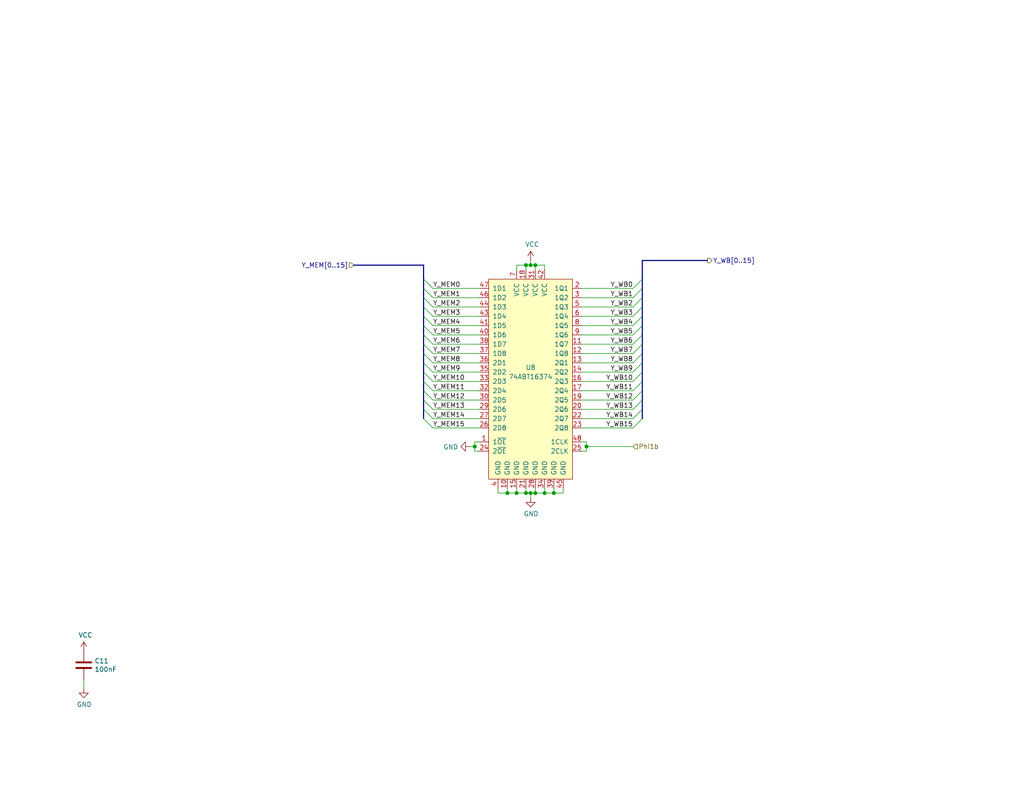
<source format=kicad_sch>
(kicad_sch (version 20230121) (generator eeschema)
  (paper "USLetter")
  (title_block (title "ALU Result Register MEM/WB") (date "2023-03-22") (rev "B"))
  (lib_symbols
    (symbol "74xx (kicad5):74ABT16374" (pin_names (offset 1.016))
      (property "Reference" "U" (at 0 1.27 0))
      (property "Value" "74ABT16374" (at 0 -1.27 0))
      (symbol "74ABT16374_0_0"
        (pin input line (at -13.97 -20.32 0) (length 2.54) (name "1~{OE}") (number "1"))
        (pin power_in line (at -6.35 -33.02 90) (length 2.54) (name "GND") (number "10"))
        (pin tri_state line (at 13.97 6.35 180) (length 2.54) (name "1Q7") (number "11"))
        (pin tri_state line (at 13.97 3.81 180) (length 2.54) (name "1Q8") (number "12"))
        (pin tri_state line (at 13.97 1.27 180) (length 2.54) (name "2Q1") (number "13"))
        (pin tri_state line (at 13.97 -1.27 180) (length 2.54) (name "2Q2") (number "14"))
        (pin power_in line (at -3.81 -33.02 90) (length 2.54) (name "GND") (number "15"))
        (pin tri_state line (at 13.97 -3.81 180) (length 2.54) (name "2Q3") (number "16"))
        (pin tri_state line (at 13.97 -6.35 180) (length 2.54) (name "2Q4") (number "17"))
        (pin power_in line (at -1.27 26.67 270) (length 2.54) (name "VCC") (number "18"))
        (pin tri_state line (at 13.97 -8.89 180) (length 2.54) (name "2Q5") (number "19"))
        (pin tri_state line (at 13.97 21.59 180) (length 2.54) (name "1Q1") (number "2"))
        (pin tri_state line (at 13.97 -11.43 180) (length 2.54) (name "2Q6") (number "20"))
        (pin power_in line (at -1.27 -33.02 90) (length 2.54) (name "GND") (number "21"))
        (pin tri_state line (at 13.97 -13.97 180) (length 2.54) (name "2Q7") (number "22"))
        (pin tri_state line (at 13.97 -16.51 180) (length 2.54) (name "2Q8") (number "23"))
        (pin input line (at -13.97 -22.86 0) (length 2.54) (name "2~{OE}") (number "24"))
        (pin input line (at 13.97 -22.86 180) (length 2.54) (name "2CLK") (number "25"))
        (pin input line (at -13.97 -16.51 0) (length 2.54) (name "2D8") (number "26"))
        (pin input line (at -13.97 -13.97 0) (length 2.54) (name "2D7") (number "27"))
        (pin power_in line (at 1.27 -33.02 90) (length 2.54) (name "GND") (number "28"))
        (pin input line (at -13.97 -11.43 0) (length 2.54) (name "2D6") (number "29"))
        (pin tri_state line (at 13.97 19.05 180) (length 2.54) (name "1Q2") (number "3"))
        (pin input line (at -13.97 -8.89 0) (length 2.54) (name "2D5") (number "30"))
        (pin power_in line (at 1.27 26.67 270) (length 2.54) (name "VCC") (number "31"))
        (pin input line (at -13.97 -6.35 0) (length 2.54) (name "2D4") (number "32"))
        (pin input line (at -13.97 -3.81 0) (length 2.54) (name "2D3") (number "33"))
        (pin power_in line (at 3.81 -33.02 90) (length 2.54) (name "GND") (number "34"))
        (pin input line (at -13.97 -1.27 0) (length 2.54) (name "2D2") (number "35"))
        (pin input line (at -13.97 1.27 0) (length 2.54) (name "2D1") (number "36"))
        (pin input line (at -13.97 3.81 0) (length 2.54) (name "1D8") (number "37"))
        (pin input line (at -13.97 6.35 0) (length 2.54) (name "1D7") (number "38"))
        (pin power_in line (at 6.35 -33.02 90) (length 2.54) (name "GND") (number "39"))
        (pin power_in line (at -8.89 -33.02 90) (length 2.54) (name "GND") (number "4"))
        (pin input line (at -13.97 8.89 0) (length 2.54) (name "1D6") (number "40"))
        (pin input line (at -13.97 11.43 0) (length 2.54) (name "1D5") (number "41"))
        (pin power_in line (at 3.81 26.67 270) (length 2.54) (name "VCC") (number "42"))
        (pin input line (at -13.97 13.97 0) (length 2.54) (name "1D4") (number "43"))
        (pin input line (at -13.97 16.51 0) (length 2.54) (name "1D3") (number "44"))
        (pin power_in line (at 8.89 -33.02 90) (length 2.54) (name "GND") (number "45"))
        (pin input line (at -13.97 19.05 0) (length 2.54) (name "1D2") (number "46"))
        (pin input line (at -13.97 21.59 0) (length 2.54) (name "1D1") (number "47"))
        (pin input line (at 13.97 -20.32 180) (length 2.54) (name "1CLK") (number "48"))
        (pin tri_state line (at 13.97 16.51 180) (length 2.54) (name "1Q3") (number "5"))
        (pin tri_state line (at 13.97 13.97 180) (length 2.54) (name "1Q4") (number "6"))
        (pin power_in line (at -3.81 26.67 270) (length 2.54) (name "VCC") (number "7"))
        (pin tri_state line (at 13.97 11.43 180) (length 2.54) (name "1Q5") (number "8"))
        (pin tri_state line (at 13.97 8.89 180) (length 2.54) (name "1Q6") (number "9"))
      )
      (symbol "74ABT16374_0_1"
        (rectangle (start -11.43 24.13) (end 11.43 -30.48) (fill (type background)))
      )
    )
    (symbol "Device:C" (pin_numbers hide) (pin_names (offset 0.254))
      (property "Reference" "C" (at 0.635 2.54 0))
      (property "Value" "C" (at 0.635 -2.54 0))
      (symbol "C_0_1"
        (polyline (pts (xy -2.032 -0.762) (xy 2.032 -0.762)) (stroke (width 0.508)))
        (polyline (pts (xy -2.032 0.762) (xy 2.032 0.762)) (stroke (width 0.508)))
      )
      (symbol "C_1_1"
        (pin passive line (at 0 3.81 270) (length 2.794) (name "~") (number "1"))
        (pin passive line (at 0 -3.81 90) (length 2.794) (name "~") (number "2"))
      )
    )
    (symbol "power:GND" (power) (pin_names (offset 0))
      (property "Value" "GND" (at 0 -3.81 0))
      (symbol "GND_0_1"
        (polyline (pts (xy 0 0) (xy 0 -1.27) (xy 1.27 -1.27) (xy 0 -2.54) (xy -1.27 -1.27) (xy 0 -1.27)))
      )
      (symbol "GND_1_1"
        (pin power_in line (at 0 0 270) (length 0) hide (name "GND") (number "1"))
      )
    )
    (symbol "power:VCC" (power) (pin_names (offset 0))
      (property "Value" "VCC" (at 0 3.81 0))
      (symbol "VCC_0_1"
        (polyline (pts (xy -0.762 1.27) (xy 0 2.54)))
        (polyline (pts (xy 0 0) (xy 0 2.54)))
        (polyline (pts (xy 0 2.54) (xy 0.762 1.27)))
      )
      (symbol "VCC_1_1"
        (pin power_in line (at 0 0 90) (length 0) hide (name "VCC") (number "1"))
      )
    )
  )
  (junction (at 138.43 134.62))
  (junction (at 143.51 134.62))
  (junction (at 140.97 134.62))
  (junction (at 160.02 121.92))
  (junction (at 146.05 72.39))
  (junction (at 146.05 134.62))
  (junction (at 151.13 134.62))
  (junction (at 144.78 72.39))
  (junction (at 148.59 134.62))
  (junction (at 144.78 134.62))
  (junction (at 129.54 121.92))
  (junction (at 143.51 72.39))
  (bus_entry (at 115.57 114.3) (size 2.54 2.54))
  (bus_entry (at 115.57 109.22) (size 2.54 2.54))
  (bus_entry (at 115.57 93.98) (size 2.54 2.54))
  (bus_entry (at 115.57 81.28) (size 2.54 2.54))
  (bus_entry (at 175.26 111.76) (size -2.54 2.54))
  (bus_entry (at 115.57 104.14) (size 2.54 2.54))
  (bus_entry (at 175.26 114.3) (size -2.54 2.54))
  (bus_entry (at 115.57 78.74) (size 2.54 2.54))
  (bus_entry (at 175.26 106.68) (size -2.54 2.54))
  (bus_entry (at 175.26 109.22) (size -2.54 2.54))
  (bus_entry (at 175.26 96.52) (size -2.54 2.54))
  (bus_entry (at 175.26 78.74) (size -2.54 2.54))
  (bus_entry (at 175.26 91.44) (size -2.54 2.54))
  (bus_entry (at 175.26 88.9) (size -2.54 2.54))
  (bus_entry (at 115.57 88.9) (size 2.54 2.54))
  (bus_entry (at 175.26 83.82) (size -2.54 2.54))
  (bus_entry (at 115.57 86.36) (size 2.54 2.54))
  (bus_entry (at 175.26 76.2) (size -2.54 2.54))
  (bus_entry (at 115.57 83.82) (size 2.54 2.54))
  (bus_entry (at 115.57 76.2) (size 2.54 2.54))
  (bus_entry (at 175.26 86.36) (size -2.54 2.54))
  (bus_entry (at 175.26 81.28) (size -2.54 2.54))
  (bus_entry (at 175.26 101.6) (size -2.54 2.54))
  (bus_entry (at 175.26 104.14) (size -2.54 2.54))
  (bus_entry (at 115.57 96.52) (size 2.54 2.54))
  (bus_entry (at 175.26 93.98) (size -2.54 2.54))
  (bus_entry (at 115.57 91.44) (size 2.54 2.54))
  (bus_entry (at 115.57 106.68) (size 2.54 2.54))
  (bus_entry (at 115.57 101.6) (size 2.54 2.54))
  (bus_entry (at 115.57 99.06) (size 2.54 2.54))
  (bus_entry (at 115.57 111.76) (size 2.54 2.54))
  (bus_entry (at 175.26 99.06) (size -2.54 2.54))
  (wire (pts (xy 118.11 88.9) (xy 130.81 88.9)))
  (wire (pts (xy 118.11 86.36) (xy 130.81 86.36)))
  (wire (pts (xy 160.02 121.92) (xy 160.02 123.19)))
  (bus (pts (xy 115.57 78.74) (xy 115.57 81.28)))
  (wire (pts (xy 129.54 121.92) (xy 129.54 123.19)))
  (wire (pts (xy 172.72 111.76) (xy 158.75 111.76)))
  (wire (pts (xy 153.67 134.62) (xy 153.67 133.35)))
  (wire (pts (xy 138.43 134.62) (xy 140.97 134.62)))
  (bus (pts (xy 115.57 93.98) (xy 115.57 96.52)))
  (bus (pts (xy 115.57 88.9) (xy 115.57 91.44)))
  (bus (pts (xy 115.57 86.36) (xy 115.57 88.9)))
  (wire (pts (xy 143.51 133.35) (xy 143.51 134.62)))
  (bus (pts (xy 115.57 106.68) (xy 115.57 109.22)))
  (wire (pts (xy 129.54 121.92) (xy 128.27 121.92)))
  (wire (pts (xy 160.02 120.65) (xy 160.02 121.92)))
  (wire (pts (xy 172.72 88.9) (xy 158.75 88.9)))
  (wire (pts (xy 172.72 101.6) (xy 158.75 101.6)))
  (wire (pts (xy 140.97 133.35) (xy 140.97 134.62)))
  (wire (pts (xy 148.59 72.39) (xy 148.59 73.66)))
  (wire (pts (xy 172.72 83.82) (xy 158.75 83.82)))
  (wire (pts (xy 144.78 71.12) (xy 144.78 72.39)))
  (bus (pts (xy 175.26 78.74) (xy 175.26 81.28)))
  (bus (pts (xy 115.57 76.2) (xy 115.57 78.74)))
  (wire (pts (xy 143.51 134.62) (xy 144.78 134.62)))
  (bus (pts (xy 175.26 91.44) (xy 175.26 93.98)))
  (wire (pts (xy 172.72 104.14) (xy 158.75 104.14)))
  (wire (pts (xy 148.59 133.35) (xy 148.59 134.62)))
  (bus (pts (xy 115.57 101.6) (xy 115.57 104.14)))
  (wire (pts (xy 138.43 133.35) (xy 138.43 134.62)))
  (bus (pts (xy 96.52 72.39) (xy 115.57 72.39)))
  (bus (pts (xy 175.26 71.12) (xy 175.26 76.2)))
  (wire (pts (xy 118.11 96.52) (xy 130.81 96.52)))
  (wire (pts (xy 172.72 99.06) (xy 158.75 99.06)))
  (wire (pts (xy 135.89 134.62) (xy 138.43 134.62)))
  (bus (pts (xy 175.26 81.28) (xy 175.26 83.82)))
  (wire (pts (xy 118.11 106.68) (xy 130.81 106.68)))
  (wire (pts (xy 118.11 104.14) (xy 130.81 104.14)))
  (bus (pts (xy 175.26 88.9) (xy 175.26 91.44)))
  (wire (pts (xy 118.11 111.76) (xy 130.81 111.76)))
  (bus (pts (xy 175.26 99.06) (xy 175.26 101.6)))
  (wire (pts (xy 118.11 101.6) (xy 130.81 101.6)))
  (wire (pts (xy 172.72 93.98) (xy 158.75 93.98)))
  (wire (pts (xy 146.05 133.35) (xy 146.05 134.62)))
  (wire (pts (xy 172.72 116.84) (xy 158.75 116.84)))
  (wire (pts (xy 140.97 72.39) (xy 143.51 72.39)))
  (wire (pts (xy 172.72 81.28) (xy 158.75 81.28)))
  (bus (pts (xy 193.04 71.12) (xy 175.26 71.12)))
  (wire (pts (xy 172.72 109.22) (xy 158.75 109.22)))
  (wire (pts (xy 172.72 86.36) (xy 158.75 86.36)))
  (wire (pts (xy 151.13 134.62) (xy 153.67 134.62)))
  (wire (pts (xy 172.72 96.52) (xy 158.75 96.52)))
  (wire (pts (xy 143.51 73.66) (xy 143.51 72.39)))
  (bus (pts (xy 115.57 91.44) (xy 115.57 93.98)))
  (wire (pts (xy 118.11 93.98) (xy 130.81 93.98)))
  (wire (pts (xy 146.05 72.39) (xy 148.59 72.39)))
  (bus (pts (xy 115.57 104.14) (xy 115.57 106.68)))
  (wire (pts (xy 172.72 114.3) (xy 158.75 114.3)))
  (wire (pts (xy 118.11 114.3) (xy 130.81 114.3)))
  (wire (pts (xy 172.72 106.68) (xy 158.75 106.68)))
  (bus (pts (xy 175.26 83.82) (xy 175.26 86.36)))
  (bus (pts (xy 115.57 96.52) (xy 115.57 99.06)))
  (wire (pts (xy 146.05 134.62) (xy 148.59 134.62)))
  (wire (pts (xy 146.05 73.66) (xy 146.05 72.39)))
  (wire (pts (xy 160.02 123.19) (xy 158.75 123.19)))
  (wire (pts (xy 140.97 134.62) (xy 143.51 134.62)))
  (bus (pts (xy 175.26 86.36) (xy 175.26 88.9)))
  (wire (pts (xy 129.54 120.65) (xy 129.54 121.92)))
  (wire (pts (xy 118.11 81.28) (xy 130.81 81.28)))
  (wire (pts (xy 118.11 91.44) (xy 130.81 91.44)))
  (wire (pts (xy 144.78 72.39) (xy 146.05 72.39)))
  (wire (pts (xy 140.97 73.66) (xy 140.97 72.39)))
  (bus (pts (xy 175.26 104.14) (xy 175.26 106.68)))
  (wire (pts (xy 151.13 133.35) (xy 151.13 134.62)))
  (wire (pts (xy 172.72 91.44) (xy 158.75 91.44)))
  (bus (pts (xy 115.57 99.06) (xy 115.57 101.6)))
  (wire (pts (xy 160.02 121.92) (xy 172.72 121.92)))
  (wire (pts (xy 135.89 133.35) (xy 135.89 134.62)))
  (bus (pts (xy 175.26 106.68) (xy 175.26 109.22)))
  (bus (pts (xy 175.26 101.6) (xy 175.26 104.14)))
  (wire (pts (xy 143.51 72.39) (xy 144.78 72.39)))
  (wire (pts (xy 118.11 109.22) (xy 130.81 109.22)))
  (wire (pts (xy 144.78 134.62) (xy 146.05 134.62)))
  (wire (pts (xy 118.11 116.84) (xy 130.81 116.84)))
  (wire (pts (xy 144.78 134.62) (xy 144.78 135.89)))
  (bus (pts (xy 115.57 109.22) (xy 115.57 111.76)))
  (bus (pts (xy 175.26 93.98) (xy 175.26 96.52)))
  (wire (pts (xy 130.81 120.65) (xy 129.54 120.65)))
  (bus (pts (xy 175.26 111.76) (xy 175.26 114.3)))
  (bus (pts (xy 115.57 81.28) (xy 115.57 83.82)))
  (wire (pts (xy 172.72 78.74) (xy 158.75 78.74)))
  (bus (pts (xy 115.57 72.39) (xy 115.57 76.2)))
  (wire (pts (xy 118.11 83.82) (xy 130.81 83.82)))
  (wire (pts (xy 129.54 123.19) (xy 130.81 123.19)))
  (bus (pts (xy 115.57 111.76) (xy 115.57 114.3)))
  (wire (pts (xy 22.86 187.96) (xy 22.86 185.42)))
  (bus (pts (xy 115.57 83.82) (xy 115.57 86.36)))
  (bus (pts (xy 175.26 96.52) (xy 175.26 99.06)))
  (bus (pts (xy 175.26 109.22) (xy 175.26 111.76)))
  (wire (pts (xy 118.11 78.74) (xy 130.81 78.74)))
  (wire (pts (xy 118.11 99.06) (xy 130.81 99.06)))
  (bus (pts (xy 175.26 76.2) (xy 175.26 78.74)))
  (wire (pts (xy 148.59 134.62) (xy 151.13 134.62)))
  (wire (pts (xy 158.75 120.65) (xy 160.02 120.65)))
  (label "Y_WB9" (at 172.72 101.6 180))
  (label "Y_WB14" (at 172.72 114.3 180))
  (label "Y_WB7" (at 172.72 96.52 180))
  (label "Y_WB4" (at 172.72 88.9 180))
  (label "Y_WB10" (at 172.72 104.14 180))
  (label "Y_MEM13" (at 118.11 111.76 0))
  (label "Y_MEM4" (at 118.11 88.9 0))
  (label "Y_WB12" (at 172.72 109.22 180))
  (label "Y_WB0" (at 172.72 78.74 180))
  (label "Y_MEM8" (at 118.11 99.06 0))
  (label "Y_MEM7" (at 118.11 96.52 0))
  (label "Y_WB13" (at 172.72 111.76 180))
  (label "Y_WB6" (at 172.72 93.98 180))
  (label "Y_MEM15" (at 118.11 116.84 0))
  (label "Y_MEM5" (at 118.11 91.44 0))
  (label "Y_WB8" (at 172.72 99.06 180))
  (label "Y_WB3" (at 172.72 86.36 180))
  (label "Y_MEM2" (at 118.11 83.82 0))
  (label "Y_MEM9" (at 118.11 101.6 0))
  (label "Y_MEM14" (at 118.11 114.3 0))
  (label "Y_WB15" (at 172.72 116.84 180))
  (label "Y_MEM10" (at 118.11 104.14 0))
  (label "Y_WB5" (at 172.72 91.44 180))
  (label "Y_MEM12" (at 118.11 109.22 0))
  (label "Y_MEM6" (at 118.11 93.98 0))
  (label "Y_WB1" (at 172.72 81.28 180))
  (label "Y_MEM11" (at 118.11 106.68 0))
  (label "Y_WB11" (at 172.72 106.68 180))
  (label "Y_MEM0" (at 118.11 78.74 0))
  (label "Y_MEM1" (at 118.11 81.28 0))
  (label "Y_WB2" (at 172.72 83.82 180))
  (label "Y_MEM3" (at 118.11 86.36 0))
  (hierarchical_label "Y_MEM[0..15]" (shape input) (at 96.52 72.39 180))
  (hierarchical_label "Phi1b" (shape input) (at 172.72 121.92 0))
  (hierarchical_label "Y_WB[0..15]" (shape output) (at 193.04 71.12 0))
  (symbol (lib_id "Device:C") (at 22.86 181.61 0) (unit 1)
    (property "Reference" "C11" (at 25.781 180.4416 0) (effects (justify left)))
    (property "Value" "100nF" (at 25.781 182.753 0) (effects (justify left)))
    (property "Footprint" "Capacitor_SMD:C_0603_1608Metric_Pad1.08x0.95mm_HandSolder" (effects hide))
    (property "Mouser" "https://www.mouser.com/ProductDetail/963-EMK107B7104KAHT" (effects hide))
  )
  (symbol (lib_id "power:VCC") (at 22.86 177.8 0) (unit 1)
    (property "Reference" "#PWR0130" (effects hide))
    (property "Value" "VCC" (at 23.2918 173.4058 0))
  )
  (symbol (lib_id "power:GND") (at 22.86 187.96 0) (unit 1)
    (property "Reference" "#PWR0131" (effects hide))
    (property "Value" "GND" (at 22.987 192.3542 0))
  )
  (symbol (lib_id "power:GND") (at 128.27 121.92 270) (unit 1)
    (property "Reference" "#PWR0132" (effects hide))
    (property "Value" "GND" (at 125.0188 122.047 90) (effects (justify right)))
  )
  (symbol (lib_id "power:VCC") (at 144.78 71.12 0) (unit 1)
    (property "Reference" "#PWR0133" (effects hide))
    (property "Value" "VCC" (at 145.2118 66.7258 0))
  )
  (symbol (lib_id "power:GND") (at 144.78 135.89 0) (unit 1)
    (property "Reference" "#PWR0134" (effects hide))
    (property "Value" "GND" (at 144.907 140.2842 0))
  )
  (symbol (lib_id "74xx (kicad5):74ABT16374") (at 144.78 100.33 0) (unit 1)
    (property "Reference" "U8" (at 144.78 100.33 0))
    (property "Value" "74ABT16374" (at 144.78 102.87 0))
    (property "Footprint" "Package_SO:TSSOP-48_6.1x12.5mm_P0.5mm" (effects hide))
    (property "Datasheet" "https://www.ti.com/lit/ds/symlink/sn74abt16374a.pdf?HQS=dis-mous-null-mousermode-dsf-pf-null-wwe&ts=1617318801237" (effects hide))
    (property "Mouser" "https://www.mouser.com/ProductDetail/Texas-Instruments/SN74ABT16374ADGGR?qs=%2Fha2pyFadui8Wf%2F61v2joCyY9bOa3peBR5btn0VUHs8%3D" (effects hide))
  )
)
</source>
